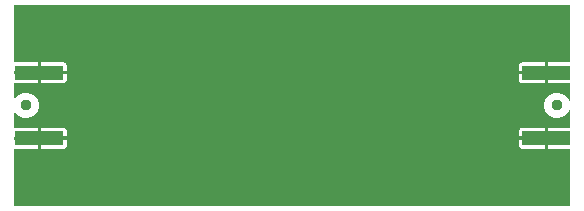
<source format=gbr>
G04 EAGLE Gerber RS-274X export*
G75*
%MOMM*%
%FSLAX34Y34*%
%LPD*%
%INBottom Copper*%
%IPPOS*%
%AMOC8*
5,1,8,0,0,1.08239X$1,22.5*%
G01*
%ADD10R,4.100000X1.250000*%
%ADD11C,0.956400*%
%ADD12C,0.756400*%
%ADD13C,1.041400*%
%ADD14C,0.635000*%

G36*
X566948Y53344D02*
X566948Y53344D01*
X566967Y53342D01*
X567069Y53364D01*
X567171Y53380D01*
X567188Y53390D01*
X567208Y53394D01*
X567297Y53447D01*
X567388Y53496D01*
X567402Y53510D01*
X567419Y53520D01*
X567486Y53599D01*
X567558Y53674D01*
X567566Y53692D01*
X567579Y53707D01*
X567618Y53803D01*
X567661Y53897D01*
X567663Y53917D01*
X567671Y53935D01*
X567689Y54102D01*
X567689Y101128D01*
X567686Y101148D01*
X567688Y101167D01*
X567666Y101269D01*
X567650Y101371D01*
X567640Y101388D01*
X567636Y101408D01*
X567583Y101497D01*
X567534Y101588D01*
X567520Y101602D01*
X567510Y101619D01*
X567431Y101686D01*
X567356Y101758D01*
X567338Y101766D01*
X567323Y101779D01*
X567227Y101818D01*
X567133Y101861D01*
X567113Y101863D01*
X567095Y101871D01*
X566928Y101889D01*
X548893Y101889D01*
X548893Y109157D01*
X566928Y109157D01*
X566948Y109160D01*
X566967Y109158D01*
X567069Y109180D01*
X567171Y109197D01*
X567188Y109206D01*
X567208Y109210D01*
X567297Y109263D01*
X567388Y109312D01*
X567402Y109326D01*
X567419Y109336D01*
X567486Y109415D01*
X567558Y109490D01*
X567566Y109508D01*
X567579Y109523D01*
X567618Y109619D01*
X567661Y109713D01*
X567663Y109733D01*
X567671Y109751D01*
X567689Y109918D01*
X567689Y111442D01*
X567686Y111462D01*
X567688Y111481D01*
X567666Y111583D01*
X567650Y111685D01*
X567640Y111702D01*
X567636Y111722D01*
X567583Y111811D01*
X567534Y111902D01*
X567520Y111916D01*
X567510Y111933D01*
X567431Y112000D01*
X567356Y112071D01*
X567338Y112080D01*
X567323Y112093D01*
X567227Y112132D01*
X567133Y112175D01*
X567113Y112177D01*
X567095Y112185D01*
X566928Y112203D01*
X548893Y112203D01*
X548893Y119471D01*
X566928Y119471D01*
X566948Y119474D01*
X566967Y119472D01*
X567069Y119494D01*
X567171Y119510D01*
X567188Y119520D01*
X567208Y119524D01*
X567297Y119577D01*
X567388Y119626D01*
X567402Y119640D01*
X567419Y119650D01*
X567486Y119729D01*
X567558Y119804D01*
X567566Y119822D01*
X567579Y119837D01*
X567618Y119933D01*
X567661Y120027D01*
X567663Y120047D01*
X567671Y120065D01*
X567689Y120232D01*
X567689Y133768D01*
X567674Y133864D01*
X567664Y133961D01*
X567654Y133985D01*
X567650Y134011D01*
X567604Y134097D01*
X567564Y134186D01*
X567547Y134205D01*
X567534Y134228D01*
X567464Y134295D01*
X567398Y134367D01*
X567375Y134380D01*
X567356Y134398D01*
X567268Y134439D01*
X567182Y134486D01*
X567157Y134490D01*
X567133Y134501D01*
X567036Y134512D01*
X566940Y134529D01*
X566914Y134526D01*
X566889Y134528D01*
X566793Y134508D01*
X566697Y134494D01*
X566674Y134482D01*
X566648Y134476D01*
X566565Y134426D01*
X566478Y134382D01*
X566459Y134363D01*
X566437Y134350D01*
X566374Y134276D01*
X566306Y134206D01*
X566290Y134178D01*
X566277Y134163D01*
X566265Y134132D01*
X566225Y134060D01*
X565483Y132268D01*
X562422Y129207D01*
X558424Y127551D01*
X554096Y127551D01*
X550098Y129207D01*
X547037Y132268D01*
X545381Y136266D01*
X545381Y140594D01*
X547037Y144592D01*
X550098Y147653D01*
X554096Y149309D01*
X558424Y149309D01*
X562422Y147653D01*
X565483Y144592D01*
X566225Y142800D01*
X566276Y142717D01*
X566322Y142632D01*
X566340Y142614D01*
X566354Y142591D01*
X566430Y142529D01*
X566500Y142462D01*
X566524Y142451D01*
X566544Y142435D01*
X566635Y142400D01*
X566723Y142359D01*
X566749Y142356D01*
X566773Y142346D01*
X566871Y142342D01*
X566967Y142332D01*
X566993Y142337D01*
X567019Y142336D01*
X567113Y142363D01*
X567208Y142384D01*
X567230Y142397D01*
X567255Y142405D01*
X567335Y142460D01*
X567419Y142510D01*
X567436Y142530D01*
X567457Y142545D01*
X567516Y142623D01*
X567579Y142697D01*
X567589Y142721D01*
X567604Y142742D01*
X567634Y142835D01*
X567671Y142925D01*
X567674Y142958D01*
X567680Y142976D01*
X567680Y143009D01*
X567689Y143092D01*
X567689Y156628D01*
X567686Y156648D01*
X567688Y156667D01*
X567666Y156769D01*
X567650Y156871D01*
X567640Y156888D01*
X567636Y156908D01*
X567583Y156997D01*
X567534Y157088D01*
X567520Y157102D01*
X567510Y157119D01*
X567431Y157186D01*
X567356Y157258D01*
X567338Y157266D01*
X567323Y157279D01*
X567227Y157318D01*
X567133Y157361D01*
X567113Y157363D01*
X567095Y157371D01*
X566928Y157389D01*
X548893Y157389D01*
X548893Y164657D01*
X566928Y164657D01*
X566948Y164660D01*
X566967Y164658D01*
X567069Y164680D01*
X567171Y164697D01*
X567188Y164706D01*
X567208Y164710D01*
X567297Y164763D01*
X567388Y164812D01*
X567402Y164826D01*
X567419Y164836D01*
X567486Y164915D01*
X567558Y164990D01*
X567566Y165008D01*
X567579Y165023D01*
X567618Y165119D01*
X567661Y165213D01*
X567663Y165233D01*
X567671Y165251D01*
X567689Y165418D01*
X567689Y166942D01*
X567686Y166962D01*
X567688Y166981D01*
X567666Y167083D01*
X567650Y167185D01*
X567640Y167202D01*
X567636Y167222D01*
X567583Y167311D01*
X567534Y167402D01*
X567520Y167416D01*
X567510Y167433D01*
X567431Y167500D01*
X567356Y167571D01*
X567338Y167580D01*
X567323Y167593D01*
X567227Y167632D01*
X567133Y167675D01*
X567113Y167677D01*
X567095Y167685D01*
X566928Y167703D01*
X548893Y167703D01*
X548893Y174971D01*
X566928Y174971D01*
X566948Y174974D01*
X566967Y174972D01*
X567069Y174994D01*
X567171Y175010D01*
X567188Y175020D01*
X567208Y175024D01*
X567297Y175077D01*
X567388Y175126D01*
X567402Y175140D01*
X567419Y175150D01*
X567486Y175229D01*
X567558Y175304D01*
X567566Y175322D01*
X567579Y175337D01*
X567618Y175433D01*
X567661Y175527D01*
X567663Y175547D01*
X567671Y175565D01*
X567689Y175732D01*
X567689Y222758D01*
X567686Y222778D01*
X567688Y222797D01*
X567666Y222899D01*
X567650Y223001D01*
X567640Y223018D01*
X567636Y223038D01*
X567583Y223127D01*
X567534Y223218D01*
X567520Y223232D01*
X567510Y223249D01*
X567431Y223316D01*
X567356Y223388D01*
X567338Y223396D01*
X567323Y223409D01*
X567227Y223448D01*
X567133Y223491D01*
X567113Y223493D01*
X567095Y223501D01*
X566928Y223519D01*
X97282Y223519D01*
X97262Y223516D01*
X97243Y223518D01*
X97141Y223496D01*
X97039Y223480D01*
X97022Y223470D01*
X97002Y223466D01*
X96913Y223413D01*
X96822Y223364D01*
X96808Y223350D01*
X96791Y223340D01*
X96724Y223261D01*
X96652Y223186D01*
X96644Y223168D01*
X96631Y223153D01*
X96592Y223057D01*
X96549Y222963D01*
X96547Y222943D01*
X96539Y222925D01*
X96521Y222758D01*
X96521Y175732D01*
X96524Y175712D01*
X96522Y175693D01*
X96544Y175591D01*
X96560Y175489D01*
X96570Y175472D01*
X96574Y175452D01*
X96627Y175363D01*
X96676Y175272D01*
X96690Y175258D01*
X96700Y175241D01*
X96779Y175174D01*
X96854Y175102D01*
X96872Y175094D01*
X96887Y175081D01*
X96983Y175042D01*
X97077Y174999D01*
X97097Y174997D01*
X97115Y174989D01*
X97282Y174971D01*
X116587Y174971D01*
X116587Y167703D01*
X97282Y167703D01*
X97262Y167700D01*
X97243Y167702D01*
X97141Y167680D01*
X97039Y167663D01*
X97022Y167654D01*
X97002Y167650D01*
X96913Y167597D01*
X96822Y167548D01*
X96808Y167534D01*
X96791Y167524D01*
X96724Y167445D01*
X96652Y167370D01*
X96644Y167352D01*
X96631Y167337D01*
X96592Y167241D01*
X96549Y167147D01*
X96547Y167127D01*
X96539Y167109D01*
X96521Y166942D01*
X96521Y165418D01*
X96524Y165398D01*
X96522Y165379D01*
X96544Y165277D01*
X96560Y165175D01*
X96570Y165158D01*
X96574Y165138D01*
X96627Y165049D01*
X96676Y164958D01*
X96690Y164944D01*
X96700Y164927D01*
X96779Y164860D01*
X96854Y164789D01*
X96872Y164780D01*
X96887Y164767D01*
X96983Y164728D01*
X97077Y164685D01*
X97097Y164683D01*
X97115Y164675D01*
X97282Y164657D01*
X116587Y164657D01*
X116587Y157389D01*
X97282Y157389D01*
X97262Y157386D01*
X97243Y157388D01*
X97141Y157366D01*
X97039Y157350D01*
X97022Y157340D01*
X97002Y157336D01*
X96913Y157283D01*
X96822Y157234D01*
X96808Y157220D01*
X96791Y157210D01*
X96724Y157131D01*
X96652Y157056D01*
X96644Y157038D01*
X96631Y157023D01*
X96592Y156927D01*
X96549Y156833D01*
X96547Y156813D01*
X96539Y156795D01*
X96521Y156628D01*
X96521Y145493D01*
X96532Y145423D01*
X96534Y145351D01*
X96552Y145302D01*
X96560Y145251D01*
X96594Y145187D01*
X96619Y145120D01*
X96651Y145079D01*
X96676Y145033D01*
X96728Y144984D01*
X96772Y144928D01*
X96816Y144900D01*
X96854Y144864D01*
X96919Y144834D01*
X96979Y144795D01*
X97030Y144782D01*
X97077Y144760D01*
X97148Y144752D01*
X97218Y144735D01*
X97270Y144739D01*
X97321Y144733D01*
X97392Y144748D01*
X97463Y144754D01*
X97511Y144774D01*
X97562Y144785D01*
X97623Y144822D01*
X97689Y144850D01*
X97745Y144895D01*
X97773Y144912D01*
X97788Y144929D01*
X97820Y144955D01*
X100518Y147653D01*
X104516Y149309D01*
X108844Y149309D01*
X112842Y147653D01*
X115903Y144592D01*
X117559Y140594D01*
X117559Y136266D01*
X115903Y132268D01*
X112842Y129207D01*
X108844Y127551D01*
X104516Y127551D01*
X100518Y129207D01*
X97820Y131905D01*
X97762Y131947D01*
X97710Y131996D01*
X97663Y132018D01*
X97621Y132048D01*
X97552Y132070D01*
X97487Y132100D01*
X97435Y132105D01*
X97385Y132121D01*
X97314Y132119D01*
X97243Y132127D01*
X97192Y132116D01*
X97140Y132114D01*
X97072Y132090D01*
X97002Y132075D01*
X96957Y132048D01*
X96909Y132030D01*
X96853Y131985D01*
X96791Y131948D01*
X96757Y131909D01*
X96717Y131876D01*
X96678Y131816D01*
X96631Y131762D01*
X96612Y131713D01*
X96584Y131669D01*
X96566Y131600D01*
X96539Y131533D01*
X96531Y131462D01*
X96523Y131431D01*
X96525Y131408D01*
X96521Y131367D01*
X96521Y120232D01*
X96524Y120212D01*
X96522Y120193D01*
X96544Y120091D01*
X96560Y119989D01*
X96570Y119972D01*
X96574Y119952D01*
X96627Y119863D01*
X96676Y119772D01*
X96690Y119758D01*
X96700Y119741D01*
X96779Y119674D01*
X96854Y119602D01*
X96872Y119594D01*
X96887Y119581D01*
X96983Y119542D01*
X97077Y119499D01*
X97097Y119497D01*
X97115Y119489D01*
X97282Y119471D01*
X116587Y119471D01*
X116587Y112203D01*
X97282Y112203D01*
X97262Y112200D01*
X97243Y112202D01*
X97141Y112180D01*
X97039Y112163D01*
X97022Y112154D01*
X97002Y112150D01*
X96913Y112097D01*
X96822Y112048D01*
X96808Y112034D01*
X96791Y112024D01*
X96724Y111945D01*
X96652Y111870D01*
X96644Y111852D01*
X96631Y111837D01*
X96592Y111741D01*
X96549Y111647D01*
X96547Y111627D01*
X96539Y111609D01*
X96521Y111442D01*
X96521Y109918D01*
X96524Y109898D01*
X96522Y109879D01*
X96544Y109777D01*
X96560Y109675D01*
X96570Y109658D01*
X96574Y109638D01*
X96627Y109549D01*
X96676Y109458D01*
X96690Y109444D01*
X96700Y109427D01*
X96779Y109360D01*
X96854Y109289D01*
X96872Y109280D01*
X96887Y109267D01*
X96983Y109228D01*
X97077Y109185D01*
X97097Y109183D01*
X97115Y109175D01*
X97282Y109157D01*
X116587Y109157D01*
X116587Y101889D01*
X97282Y101889D01*
X97262Y101886D01*
X97243Y101888D01*
X97141Y101866D01*
X97039Y101850D01*
X97022Y101840D01*
X97002Y101836D01*
X96913Y101783D01*
X96822Y101734D01*
X96808Y101720D01*
X96791Y101710D01*
X96724Y101631D01*
X96652Y101556D01*
X96644Y101538D01*
X96631Y101523D01*
X96592Y101427D01*
X96549Y101333D01*
X96547Y101313D01*
X96539Y101295D01*
X96521Y101128D01*
X96521Y54102D01*
X96524Y54082D01*
X96522Y54063D01*
X96544Y53961D01*
X96560Y53859D01*
X96570Y53842D01*
X96574Y53822D01*
X96627Y53733D01*
X96676Y53642D01*
X96690Y53628D01*
X96700Y53611D01*
X96779Y53544D01*
X96854Y53472D01*
X96872Y53464D01*
X96887Y53451D01*
X96983Y53412D01*
X97077Y53369D01*
X97097Y53367D01*
X97115Y53359D01*
X97282Y53341D01*
X566928Y53341D01*
X566948Y53344D01*
G37*
%LPC*%
G36*
X119633Y167703D02*
X119633Y167703D01*
X119633Y174971D01*
X138944Y174971D01*
X139591Y174798D01*
X140170Y174463D01*
X140643Y173990D01*
X140978Y173411D01*
X141151Y172764D01*
X141151Y167703D01*
X119633Y167703D01*
G37*
%LPD*%
%LPC*%
G36*
X119633Y112203D02*
X119633Y112203D01*
X119633Y119471D01*
X138944Y119471D01*
X139591Y119298D01*
X140170Y118963D01*
X140643Y118490D01*
X140978Y117911D01*
X141151Y117264D01*
X141151Y112203D01*
X119633Y112203D01*
G37*
%LPD*%
%LPC*%
G36*
X524329Y167703D02*
X524329Y167703D01*
X524329Y172764D01*
X524502Y173411D01*
X524837Y173990D01*
X525310Y174463D01*
X525889Y174798D01*
X526536Y174971D01*
X545847Y174971D01*
X545847Y167703D01*
X524329Y167703D01*
G37*
%LPD*%
%LPC*%
G36*
X524329Y112203D02*
X524329Y112203D01*
X524329Y117264D01*
X524502Y117911D01*
X524837Y118490D01*
X525310Y118963D01*
X525889Y119298D01*
X526536Y119471D01*
X545847Y119471D01*
X545847Y112203D01*
X524329Y112203D01*
G37*
%LPD*%
%LPC*%
G36*
X119633Y157389D02*
X119633Y157389D01*
X119633Y164657D01*
X141151Y164657D01*
X141151Y159596D01*
X140978Y158949D01*
X140643Y158370D01*
X140170Y157897D01*
X139591Y157562D01*
X138944Y157389D01*
X119633Y157389D01*
G37*
%LPD*%
%LPC*%
G36*
X119633Y101889D02*
X119633Y101889D01*
X119633Y109157D01*
X141151Y109157D01*
X141151Y104096D01*
X140978Y103449D01*
X140643Y102870D01*
X140170Y102397D01*
X139591Y102062D01*
X138944Y101889D01*
X119633Y101889D01*
G37*
%LPD*%
%LPC*%
G36*
X526536Y157389D02*
X526536Y157389D01*
X525889Y157562D01*
X525310Y157897D01*
X524837Y158370D01*
X524502Y158949D01*
X524329Y159596D01*
X524329Y164657D01*
X545847Y164657D01*
X545847Y157389D01*
X526536Y157389D01*
G37*
%LPD*%
%LPC*%
G36*
X526536Y101889D02*
X526536Y101889D01*
X525889Y102062D01*
X525310Y102397D01*
X524837Y102870D01*
X524502Y103449D01*
X524329Y104096D01*
X524329Y109157D01*
X545847Y109157D01*
X545847Y101889D01*
X526536Y101889D01*
G37*
%LPD*%
%LPC*%
G36*
X547369Y166179D02*
X547369Y166179D01*
X547369Y166181D01*
X547371Y166181D01*
X547371Y166179D01*
X547369Y166179D01*
G37*
%LPD*%
%LPC*%
G36*
X118109Y166179D02*
X118109Y166179D01*
X118109Y166181D01*
X118111Y166181D01*
X118111Y166179D01*
X118109Y166179D01*
G37*
%LPD*%
%LPC*%
G36*
X547369Y110679D02*
X547369Y110679D01*
X547369Y110681D01*
X547371Y110681D01*
X547371Y110679D01*
X547369Y110679D01*
G37*
%LPD*%
%LPC*%
G36*
X118109Y110679D02*
X118109Y110679D01*
X118109Y110681D01*
X118111Y110681D01*
X118111Y110679D01*
X118109Y110679D01*
G37*
%LPD*%
D10*
X118110Y166180D03*
X118110Y110680D03*
X547370Y110680D03*
X547370Y166180D03*
D11*
X106680Y138430D03*
D12*
X222250Y129540D03*
X236220Y129540D03*
X236220Y115570D03*
X222250Y115570D03*
X278130Y100330D03*
X403860Y100330D03*
X275590Y73660D03*
X341630Y72390D03*
X351790Y72390D03*
X361950Y72390D03*
X374650Y63500D03*
X419100Y101600D03*
X485140Y73660D03*
X483870Y101600D03*
X109220Y198120D03*
X124460Y198120D03*
X138430Y198120D03*
X138430Y184150D03*
X124460Y184150D03*
X109220Y184150D03*
X561340Y184150D03*
X546100Y184150D03*
X532130Y184150D03*
X532130Y198120D03*
X546100Y198120D03*
X561340Y198120D03*
X530860Y93980D03*
X546100Y93980D03*
X560070Y93980D03*
X560070Y80010D03*
X546100Y80010D03*
X530860Y80010D03*
X309880Y218440D03*
X323850Y218440D03*
X367030Y208280D03*
X353060Y208280D03*
X367030Y218440D03*
X353060Y218440D03*
X337820Y218440D03*
X359410Y100330D03*
X345440Y100330D03*
X345440Y114300D03*
X359410Y114300D03*
X251460Y129540D03*
X266700Y129540D03*
X280670Y129540D03*
X280670Y115570D03*
X266700Y115570D03*
X251460Y115570D03*
X497840Y68580D03*
X509270Y68580D03*
X389890Y63500D03*
X403860Y72390D03*
X419100Y72390D03*
X516890Y80010D03*
X516890Y95250D03*
X516890Y109220D03*
X283210Y67310D03*
X294640Y67310D03*
X331470Y67310D03*
X318770Y67310D03*
X307340Y67310D03*
X455930Y115570D03*
X455930Y129540D03*
X469900Y129540D03*
X469900Y115570D03*
X455930Y144780D03*
X455930Y160020D03*
X455930Y171450D03*
X469900Y171450D03*
X469900Y160020D03*
X469900Y144780D03*
X367030Y196850D03*
X353060Y196850D03*
X438150Y160020D03*
X424180Y160020D03*
X438150Y148590D03*
X424180Y148590D03*
X102870Y91440D03*
X118110Y91440D03*
X132080Y91440D03*
X132080Y77470D03*
X118110Y77470D03*
X102870Y77470D03*
D13*
X106680Y166370D03*
X105410Y110490D03*
X556260Y166370D03*
X557530Y110490D03*
D12*
X173990Y205740D03*
X173990Y191770D03*
X182880Y205740D03*
X182880Y191770D03*
X302260Y123190D03*
X302260Y109220D03*
X311150Y123190D03*
X311150Y109220D03*
X481330Y113030D03*
X146050Y74930D03*
D14*
X181610Y147320D03*
X181610Y134620D03*
X181610Y121920D03*
X181610Y110490D03*
X184150Y97790D03*
X189230Y87630D03*
X198120Y80010D03*
X208280Y74930D03*
X205740Y140970D03*
X207010Y130810D03*
X207010Y119380D03*
X207010Y109220D03*
X210820Y101600D03*
D12*
X158750Y74930D03*
X184150Y74930D03*
X195580Y69850D03*
X171450Y74930D03*
X208280Y63500D03*
D11*
X556260Y138430D03*
M02*

</source>
